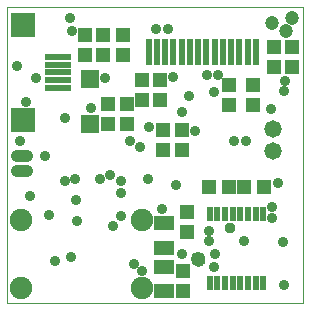
<source format=gbs>
G75*
G70*
%OFA0B0*%
%FSLAX24Y24*%
%IPPOS*%
%LPD*%
%AMOC8*
5,1,8,0,0,1.08239X$1,22.5*
%
%ADD10C,0.0000*%
%ADD11C,0.0375*%
%ADD12C,0.0493*%
%ADD13R,0.0218X0.0867*%
%ADD14C,0.0749*%
%ADD15R,0.0867X0.0237*%
%ADD16R,0.0828X0.0789*%
%ADD17R,0.0631X0.0631*%
%ADD18R,0.0671X0.0513*%
%ADD19R,0.0474X0.0500*%
%ADD20R,0.0500X0.0474*%
%ADD21C,0.0580*%
%ADD22C,0.0395*%
%ADD23R,0.0200X0.0470*%
%ADD24C,0.0356*%
%ADD25C,0.0474*%
D10*
X000841Y000938D02*
X000841Y010780D01*
X010684Y010780D01*
X010684Y000938D01*
X000841Y000938D01*
X006995Y002377D02*
X006997Y002405D01*
X007003Y002433D01*
X007012Y002459D01*
X007025Y002485D01*
X007041Y002508D01*
X007061Y002528D01*
X007083Y002546D01*
X007107Y002561D01*
X007133Y002572D01*
X007160Y002580D01*
X007188Y002584D01*
X007216Y002584D01*
X007244Y002580D01*
X007271Y002572D01*
X007297Y002561D01*
X007321Y002546D01*
X007343Y002528D01*
X007363Y002508D01*
X007379Y002485D01*
X007392Y002459D01*
X007401Y002433D01*
X007407Y002405D01*
X007409Y002377D01*
X007407Y002349D01*
X007401Y002321D01*
X007392Y002295D01*
X007379Y002269D01*
X007363Y002246D01*
X007343Y002226D01*
X007321Y002208D01*
X007297Y002193D01*
X007271Y002182D01*
X007244Y002174D01*
X007216Y002170D01*
X007188Y002170D01*
X007160Y002174D01*
X007133Y002182D01*
X007107Y002193D01*
X007083Y002208D01*
X007061Y002226D01*
X007041Y002246D01*
X007025Y002269D01*
X007012Y002295D01*
X007003Y002321D01*
X006997Y002349D01*
X006995Y002377D01*
X008112Y003435D02*
X008114Y003459D01*
X008120Y003482D01*
X008129Y003504D01*
X008142Y003524D01*
X008157Y003542D01*
X008176Y003557D01*
X008197Y003569D01*
X008219Y003577D01*
X008242Y003582D01*
X008266Y003583D01*
X008290Y003580D01*
X008312Y003573D01*
X008334Y003563D01*
X008354Y003550D01*
X008371Y003533D01*
X008385Y003514D01*
X008396Y003493D01*
X008404Y003470D01*
X008408Y003447D01*
X008408Y003423D01*
X008404Y003400D01*
X008396Y003377D01*
X008385Y003356D01*
X008371Y003337D01*
X008354Y003320D01*
X008334Y003307D01*
X008312Y003297D01*
X008290Y003290D01*
X008266Y003287D01*
X008242Y003288D01*
X008219Y003293D01*
X008197Y003301D01*
X008176Y003313D01*
X008157Y003328D01*
X008142Y003346D01*
X008129Y003366D01*
X008120Y003388D01*
X008114Y003411D01*
X008112Y003435D01*
D11*
X008260Y003435D03*
D12*
X007202Y002377D03*
D13*
X007200Y009284D03*
X007475Y009284D03*
X007751Y009284D03*
X008026Y009284D03*
X008302Y009284D03*
X008578Y009284D03*
X008853Y009284D03*
X009129Y009284D03*
X006924Y009284D03*
X006648Y009284D03*
X006373Y009284D03*
X006097Y009284D03*
X005822Y009284D03*
X005546Y009284D03*
D14*
X005339Y003694D03*
X005339Y001410D03*
X001304Y001410D03*
X001304Y003694D03*
D15*
X002534Y008103D03*
X002534Y008359D03*
X002534Y008615D03*
X002534Y008871D03*
X002534Y009127D03*
D16*
X001373Y010190D03*
X001373Y007040D03*
D17*
X003597Y006883D03*
X003597Y008379D03*
D18*
X006078Y003595D03*
X006078Y002769D03*
X006078Y002139D03*
X006078Y001312D03*
D19*
X006707Y001312D03*
X006707Y001981D03*
X006826Y003280D03*
X006826Y003950D03*
X006668Y006036D03*
X006038Y006036D03*
X006038Y006706D03*
X006668Y006706D03*
X005920Y007690D03*
X005330Y007690D03*
X004818Y007572D03*
X004818Y006902D03*
X004188Y006902D03*
X004188Y007572D03*
X005330Y008359D03*
X005920Y008359D03*
X004700Y009186D03*
X004700Y009855D03*
X004030Y009855D03*
X003440Y009855D03*
X003440Y009186D03*
X004030Y009186D03*
X008243Y008202D03*
X008243Y007532D03*
X009030Y007532D03*
X009030Y008202D03*
X009739Y008792D03*
X010330Y008792D03*
X010330Y009461D03*
X009739Y009461D03*
D20*
X009404Y004796D03*
X008735Y004796D03*
X008223Y004796D03*
X007554Y004796D03*
D21*
X009700Y005977D03*
X009700Y006725D03*
D22*
X001491Y005830D02*
X001176Y005830D01*
X001176Y005337D02*
X001491Y005337D01*
D23*
X007583Y003898D03*
X007839Y003898D03*
X008095Y003898D03*
X008351Y003898D03*
X008607Y003898D03*
X008863Y003898D03*
X009119Y003898D03*
X009375Y003898D03*
X009375Y001600D03*
X009119Y001600D03*
X008863Y001600D03*
X008607Y001600D03*
X008351Y001600D03*
X008095Y001600D03*
X007839Y001600D03*
X007583Y001600D03*
D24*
X007731Y002119D03*
X007770Y002552D03*
X007574Y002985D03*
X007574Y003339D03*
X006668Y002552D03*
X005330Y002001D03*
X005054Y002237D03*
X004345Y003497D03*
X004625Y003832D03*
X004621Y004580D03*
X004621Y004993D03*
X004267Y005190D03*
X003912Y005072D03*
X003085Y005072D03*
X002770Y004993D03*
X003125Y004363D03*
X003164Y003654D03*
X002219Y003851D03*
X001589Y004481D03*
X002101Y005820D03*
X001274Y006332D03*
X001471Y007631D03*
X001786Y008418D03*
X001156Y008812D03*
X002770Y007080D03*
X003637Y007434D03*
X004109Y008418D03*
X003007Y009993D03*
X002928Y010426D03*
X005802Y010072D03*
X006196Y010072D03*
X007495Y008536D03*
X007849Y008536D03*
X007731Y007946D03*
X006904Y007828D03*
X006668Y007276D03*
X007101Y006647D03*
X008400Y006332D03*
X008794Y006332D03*
X009621Y007395D03*
X010054Y007985D03*
X010093Y008339D03*
X009857Y004914D03*
X009660Y004127D03*
X009660Y003772D03*
X010015Y002946D03*
X010054Y001528D03*
X008715Y002985D03*
X006471Y004875D03*
X005999Y004048D03*
X005526Y005072D03*
X005251Y006135D03*
X004936Y006332D03*
X005566Y006804D03*
X006353Y008458D03*
X002967Y002473D03*
X002416Y002316D03*
D25*
X009660Y010269D03*
X010133Y009993D03*
X010330Y010426D03*
M02*

</source>
